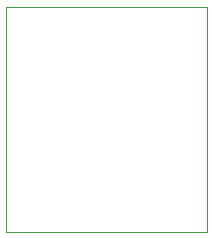
<source format=gbr>
G04 #@! TF.GenerationSoftware,KiCad,Pcbnew,(5.1.4-0-10_14)*
G04 #@! TF.CreationDate,2019-10-28T18:43:38+01:00*
G04 #@! TF.ProjectId,328RFStamp,33323852-4653-4746-916d-702e6b696361,rev?*
G04 #@! TF.SameCoordinates,Original*
G04 #@! TF.FileFunction,Profile,NP*
%FSLAX46Y46*%
G04 Gerber Fmt 4.6, Leading zero omitted, Abs format (unit mm)*
G04 Created by KiCad (PCBNEW (5.1.4-0-10_14)) date 2019-10-28 18:43:38*
%MOMM*%
%LPD*%
G04 APERTURE LIST*
%ADD10C,0.120000*%
G04 APERTURE END LIST*
D10*
X38100000Y-63500000D02*
X38100000Y-44450000D01*
X55118000Y-63500000D02*
X38100000Y-63500000D01*
X55118000Y-44450000D02*
X55118000Y-63500000D01*
X38100000Y-44450000D02*
X55118000Y-44450000D01*
M02*

</source>
